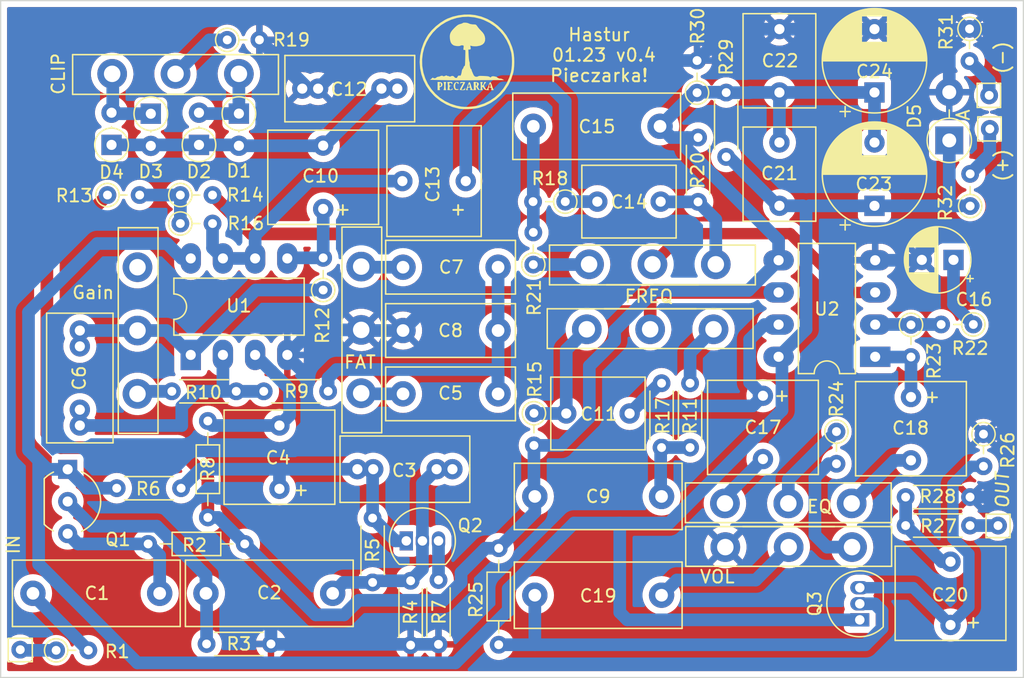
<source format=kicad_pcb>
(kicad_pcb (version 20211014) (generator pcbnew)
  (layers (0 "F.Cu" signal) (31 "B.Cu" signal) (34 "B.Paste" user) (35 "F.Paste" user) (36 "B.SilkS" user "B.Silkscreen") (37 "F.SilkS" user "F.Silkscreen") (38 "B.Mask" user) (39 "F.Mask" user) (44 "Edge.Cuts" user))
  (net 0 "")
  (net 1 "Net-(C1-Pad1)")
  (net 2 "GND")
  (net 3 "Net-(C2-Pad1)")
  (net 4 "Net-(C2-Pad2)")
  (net 5 "Net-(C4-Pad2)")
  (net 6 "Net-(C5-Pad1)")
  (net 7 "Net-(C6-Pad1)")
  (net 8 "GNDREF")
  (net 9 "Net-(C11-Pad1)")
  (net 10 "Net-(C10-Pad1)")
  (net 11 "Net-(C10-Pad2)")
  (net 12 "Net-(C11-Pad2)")
  (net 13 "Net-(C13-Pad2)")
  (net 14 "Net-(C15-Pad1)")
  (net 15 "Net-(C16-Pad1)")
  (net 16 "Net-(C17-Pad2)")
  (net 17 "Net-(C18-Pad1)")
  (net 18 "Net-(C18-Pad2)")
  (net 19 "+VDC")
  (net 20 "Net-(D1-Pad1)")
  (net 21 "Net-(D3-Pad1)")
  (net 22 "Net-(Q2-Pad3)")
  (net 24 "Net-(C1-Pad2)")
  (net 25 "Net-(C3-Pad2)")
  (net 26 "Net-(C5-Pad2)")
  (net 27 "Net-(C6-Pad2)")
  (net 28 "Net-(C7-Pad2)")
  (net 29 "Net-(C9-Pad2)")
  (net 30 "Net-(C13-Pad1)")
  (net 31 "Net-(C14-Pad2)")
  (net 32 "Net-(C19-Pad1)")
  (net 33 "Net-(C19-Pad2)")
  (net 34 "Net-(C20-Pad1)")
  (net 35 "Net-(C20-Pad2)")
  (net 36 "Net-(EQ1-Pad2)")
  (net 37 "Net-(FR1-Pad1)")
  (net 38 "Net-(R13-Pad2)")
  (net 39 "Net-(FR1-Pad2)")
  (net 40 "Net-(FR2-Pad1)")
  (net 41 "Net-(J1-Pad1)")
  (net 42 "Net-(R22-Pad2)")
  (net 43 "Net-(GAIN1-Pad1)")
  (net 44 "Net-(R24-Pad2)")
  (net 45 "Net-(J2-Pad1)")
  (net 46 "Net-(R19-Pad1)")
  (net 47 "Net-(J3-Pad1)")
  (net 48 "Net-(J4-Pad1)")
  (net 49 "Net-(FR2-Pad2)")
  (footprint "Capacitor_THT:C_Rect_L13.0mm_W5.0mm_P10.00mm_FKS3_FKP3_MKS4" (layer "F.Cu") (at 201.95 74.05)
    (fp_text reference "C1")
    (fp_text value "47n" hide)
  )
  (footprint "Capacitor_THT:C_Rect_L13.0mm_W5.0mm_P10.00mm_FKS3_FKP3_MKS4" (layer "F.Cu") (at 241.55 66.4)
    (fp_text reference "C9")
    (fp_text value "47n" hide)
  )
  (footprint "Diode_THT:D_DO-35_SOD27_P2.54mm_Vertical_AnodeUp" (layer "F.Cu") (at 218.2 36.17 -90)
    (fp_text reference "D1")
    (fp_text value "1N4148" hide)
  )
  (footprint "Capacitor_THT:C_Rect_L10.0mm_W5.0mm_P5.00mm_P7.50mm" (layer "F.Cu") (at 235.05 64.25 180)
    (fp_text reference "C3")
    (fp_text value "1n" hide)
  )
  (footprint "Capacitor_THT:CP_Radial_D8.0mm_P5.00mm" (layer "F.Cu") (at 268.35 34.5 90)
    (fp_text reference "C24")
    (fp_text value "100u" hide)
  )
  (footprint "Resistor_THT:R_Axial_DIN0204_L3.6mm_D1.6mm_P2.54mm_Vertical" (layer "F.Cu") (at 241.48 59.83 -90)
    (fp_text reference "R15")
    (fp_text value "39k" hide)
  )
  (footprint "Diode_THT:D_DO-35_SOD27_P2.54mm_Vertical_AnodeUp" (layer "F.Cu") (at 215.05 38.64 90)
    (fp_text reference "D2")
    (fp_text value "1N4148" hide)
  )
  (footprint "Resistor_THT:R_Axial_DIN0204_L3.6mm_D1.6mm_P2.54mm_Vertical" (layer "F.Cu") (at 276.95 61.48 -90)
    (fp_text reference "R26")
    (fp_text value "10k" hide)
  )
  (footprint "Capacitor_THT:C_Rect_L10.0mm_W4.0mm_P7.50mm_MKS4" (layer "F.Cu") (at 238.65 48.3 180)
    (fp_text reference "C7")
    (fp_text value "22n" hide)
  )
  (footprint "Capacitor_THT:C_Rect_L7.2mm_W8.5mm_P5.00mm_FKP2_FKP2_MKS2_MKP2" (layer "F.Cu") (at 259.55 58.45 -90)
    (fp_text reference "C17")
    (fp_text value "1u" hide)
  )
  (footprint "Package_TO_SOT_THT:TO-92_Inline_Wide" (layer "F.Cu") (at 204.69 64.26 -90)
    (fp_text reference "Q1")
    (fp_text value "j113" hide)
  )
  (footprint "Capacitor_THT:C_Rect_L13.0mm_W5.0mm_P10.00mm_FKS3_FKP3_MKS4" (layer "F.Cu") (at 241.43 37.1715)
    (fp_text reference "C15")
    (fp_text value "47n" hide)
  )
  (footprint "Resistor_THT:R_Axial_DIN0204_L3.6mm_D1.6mm_P2.54mm_Vertical" (layer "F.Cu") (at 241.43 48.0915 90)
    (fp_text reference "R21")
    (fp_text value "12k" hide)
  )
  (footprint "Capacitor_THT:C_Rect_L7.2mm_W5.5mm_P5.00mm_FKS2_FKP2_MKS2_MKP2" (layer "F.Cu") (at 260.85 43.45 90)
    (fp_text reference "C21")
    (fp_text value "100n" hide)
  )
  (footprint "Capacitor_THT:C_Rect_L7.2mm_W8.5mm_P5.00mm_FKP2_FKP2_MKS2_MKP2" (layer "F.Cu") (at 231.1 41.5)
    (fp_text reference "C13")
    (fp_text value "1u" hide)
  )
  (footprint "varia:potek2" (layer "F.Cu") (at 245.83 48.07 -90)
    (fp_text reference "FR2" hide)
    (fp_text value "100k" hide)
  )
  (footprint "Resistor_THT:R_Axial_DIN0204_L3.6mm_D1.6mm_P7.62mm_Horizontal" (layer "F.Cu") (at 218.66 70.15 180)
    (fp_text reference "R2")
    (fp_text value "1M" hide)
  )
  (footprint "Resistor_THT:R_Axial_DIN0204_L3.6mm_D1.6mm_P5.08mm_Horizontal" (layer "F.Cu") (at 256.65 39.59 90)
    (fp_text reference "R29")
    (fp_text value "10k" hide)
  )
  (footprint "Resistor_THT:R_Axial_DIN0204_L3.6mm_D1.6mm_P2.54mm_Vertical" (layer "F.Cu") (at 213.58 44.85)
    (fp_text reference "R16")
    (fp_text value "4k7" hide)
  )
  (footprint "Resistor_THT:R_Axial_DIN0204_L3.6mm_D1.6mm_P7.62mm_Horizontal" (layer "F.Cu") (at 238.7 78.11 90)
    (fp_text reference "R25")
    (fp_text value "1M" hide)
  )
  (footprint "varia:potek2" (layer "F.Cu") (at 266.55 66.95 90)
    (fp_text reference "EQ1" hide)
    (fp_text value "10k" hide)
  )
  (footprint "Connector_Pin:Pin_D0.7mm_L6.5mm_W1.8mm_FlatFork" (layer "F.Cu") (at 200.95 78.5 90)
    (fp_text reference "J1" hide)
    (fp_text value "IN")
  )
  (footprint "Capacitor_THT:CP_Radial_D5.0mm_P2.50mm" (layer "F.Cu") (at 274.585113 47.7215 180)
    (fp_text reference "C16")
    (fp_text value "1u" hide)
  )
  (footprint "Resistor_THT:R_Axial_DIN0204_L3.6mm_D1.6mm_P2.54mm_Vertical" (layer "F.Cu") (at 207.83 42.6)
    (fp_text reference "R13")
    (fp_text value "2k2" hide)
  )
  (footprint "varia:potek2" (layer "F.Cu") (at 255.65 53.2015 90)
    (fp_text reference "FR1" hide)
    (fp_text value "R_Potentiometer" hide)
  )
  (footprint "Connector_Pin:Pin_D0.7mm_L6.5mm_W1.8mm_FlatFork" (layer "F.Cu") (at 277.45 37.38)
    (fp_text reference "J3" hide)
    (fp_text value "Conn_01x01" hide)
  )
  (footprint "Resistor_THT:R_Axial_DIN0204_L3.6mm_D1.6mm_P5.08mm_Horizontal" (layer "F.Cu") (at 254.43 38.06 -90)
    (fp_text reference "R20")
    (fp_text value "39k" hide)
  )
  (footprint "Resistor_THT:R_Axial_DIN0204_L3.6mm_D1.6mm_P2.54mm_Vertical" (layer "F.Cu") (at 217.28 30.35)
    (fp_text reference "R19")
    (fp_text value "56" hide)
  )
  (footprint "Capacitor_THT:C_Rect_L7.2mm_W8.5mm_P5.00mm_FKP2_FKP2_MKS2_MKP2" (layer "F.Cu") (at 224.85 43.7 90)
    (fp_text reference "C10")
    (fp_text value "10u" hide)
  )
  (footprint "Resistor_THT:R_Axial_DIN0204_L3.6mm_D1.6mm_P5.08mm_Horizontal" (layer "F.Cu") (at 270.81 68.7)
    (fp_text reference "R28")
    (fp_text value "1k" hide)
  )
  (footprint "Capacitor_THT:C_Rect_L10.0mm_W4.0mm_P7.50mm_MKS4" (layer "F.Cu") (at 238.65 58.3 180)
    (fp_text reference "C5")
    (fp_text value "82n" hide)
  )
  (footprint "varia:potek2" (layer "F.Cu") (at 208.2 33.03 -90)
    (fp_text reference "SW1" hide)
    (fp_text value "CLIP")
  )
  (footprint "Package_DIP:DIP-8_W7.62mm_LongPads" (layer "F.Cu") (at 268.405 55.3715 180)
    (fp_text reference "U2")
    (fp_text value "Opamp_Dual" hide)
  )
  (footprint "Capacitor_THT:CP_Radial_D8.0mm_P5.00mm" (layer "F.Cu") (at 268.35 43.452651 90)
    (fp_text reference "C23")
    (fp_text value "100u" hide)
  )
  (footprint "Capacitor_THT:C_Rect_L10.0mm_W5.0mm_P5.00mm_P7.50mm" (layer "F.Cu") (at 230.7 34.2 180)
    (fp_text reference "C12")
    (fp_text value "1n" hide)
  )
  (footprint "Capacitor_THT:C_Rect_L10.0mm_W4.0mm_P7.50mm_MKS4" (layer "F.Cu") (at 238.65 53.3 180)
    (fp_text reference "C8")
    (fp_text value "22n" hide)
  )
  (footprint "Capacitor_THT:C_Rect_L7.2mm_W5.5mm_P5.00mm_FKS2_FKP2_MKS2_MKP2" (layer "F.Cu") (at 260.85 34.5 90)
    (fp_text reference "C22")
    (fp_text value "100n" hide)
  )
  (footprint "Capacitor_THT:C_Rect_L7.2mm_W5.5mm_P5.00mm_FKS2_FKP2_MKS2_MKP2" (layer "F.Cu") (at 244.03 59.85)
    (fp_text reference "C11")
    (fp_text value "680p" hide)
  )
  (footprint "Capacitor_THT:C_Rect_L7.2mm_W8.5mm_P5.00mm_FKP2_FKP2_MKS2_MKP2" (layer "F.Cu") (at 274.35 76.55 90)
    (fp_text reference "C20")
    (fp_text value "1u" hide)
  )
  (footprint "Diode_THT:D_DO-35_SOD27_P2.54mm_Vertical_AnodeUp" (layer "F.Cu") (at 211.25 36.18 -90)
    (fp_text reference "D3")
    (fp_text value "Ge" hide)
  )
  (footprint "Resistor_THT:R_Axial_DIN0204_L3.6mm_D1.6mm_P5.08mm_Horizontal" (layer "F.Cu") (at 275.89 66.45 180)
    (fp_text reference "R27")
    (fp_text value "100k" hide)
  )
  (footprint "Resistor_THT:R_Axial_DIN0204_L3.6mm_D1.6mm_P2.54mm_Vertical" (layer "F.Cu") (at 271.23 52.8515 -90)
    (fp_text reference "R23")
    (fp_text value "22k" hide)
  )
  (footprint "Resistor_THT:R_Axial_DIN0204_L3.6mm_D1.6mm_P2.54mm_Vertical" (layer "F.Cu") (at 276.15 52.8215 180)
    (fp_text reference "R22")
    (fp_text value "4k7" hide)
  )
  (footprint "Resistor_THT:R_Axial_DIN0204_L3.6mm_D1.6mm_P5.08mm_Horizontal" (layer "F.Cu") (at 251.55 57.46 -90)
    (fp_text reference "R17")
    (fp_text value "22k" hide)
  )
  (footprint "Capacitor_THT:C_Rect_L13.0mm_W5.0mm_P10.00mm_FKS3_FKP3_MKS4" (layer "F.Cu") (at 215.6 74.05)
    (fp_text reference "C2")
    (fp_text value "47n" hide)
  )
  (footprint "Capacitor_THT:C_Rect_L10.0mm_W5.0mm_P5.00mm_P7.50mm" (layer "F.Cu") (at 205.65 60.8 90)
    (fp_text reference "C6")
    (fp_text value "1n" hide)
  )
  (footprint "Resistor_THT:R_Axial_DIN0204_L3.6mm_D1.6mm_P2.54mm_Vertical" (layer "F.Cu") (at 275.85 29.48 -90)
    (fp_text reference "R31")
    (fp_text value "47" hide)
  )
  (footprint "Diode_THT:D_DO-41_SOD81_P3.81mm_Vertical_AnodeUp" (layer "F.Cu") (at 274.25 38.287183 90)
    (fp_text reference "D5")
    (fp_text value "1N4001" hide)
  )
  (footprint "Resistor_THT:R_Axial_DIN0204_L3.6mm_D1.6mm_P2.54mm_Vertical" (layer "F.Cu") (at 243.95 43.1215 180)
    (fp_text reference "R18")
    (fp_text value "22k" hide)
  )
  (footprint "varia:potek2" (layer "F.Cu") (at 210.1985 58.3)
    (fp_text reference "GAIN1" hide)
    (fp_text value "220k" hide)
  )
  (footprint "Resistor_THT:R_Axial_DIN0204_L3.6mm_D1.6mm_P2.54mm_Vertical" (layer "F.Cu") (at 213.58 42.6)
    (fp_text reference "R14")
    (fp_text value "100k" hide)
  )
  (footprint "Resistor_THT:R_Axial_DIN0204_L3.6mm_D1.6mm_P7.62mm_Horizontal" (layer "F.Cu") (at 215.75 68.06 90)
    (fp_text reference "R8")
    (fp_text value "100k" hide)
  )
  (footprint "Capacitor_THT:C_Rect_L7.2mm_W8.5mm_P5.00mm_FKP2_FKP2_MKS2_MKP2" (layer "F.Cu") (at 221.4 65.8 90)
    (fp_text reference "C4")
    (fp_text value "1u" hide)
  )
  (footprint "Resistor_THT:R_Axial_DIN0204_L3.6mm_D1.6mm_P5.08mm_Horizontal" (layer "F.Cu") (at 215.65 78.05)
    (fp_text reference "R3")
    (fp_text value "10k" hide)
  )
  (footprint "Resistor_THT:R_Axial_DIN0204_L3.6mm_D1.6mm_P5.08mm_Horizontal" (layer "F.Cu") (at 208.56 65.75)
    (fp_text reference "R6")
    (fp_text value "10k" hide)
  )
  (footprint "Package_TO_SOT_THT:TO-92_Inline" (layer "F.Cu") (at 267.19 76.145 90)
    (fp_text reference "Q3")
    (fp_text value "BC550" hide)
  )
  (footprint "Resistor_THT:R_Axial_DIN0204_L3.6mm_D1.6mm_P5.08mm_Horizontal" (layer "F.Cu") (at 220.16 58.1)
    (fp_text reference "R9")
    (fp_text value "4k7" hide)
  )
  (footprint "varia:potek2" (layer "F.Cu") (at 227.85 58.25)
    (fp_text reference "FAT1" hide)
    (fp_text value "FAT")
  )
  (footprint "Connector_Pin:Pin_D0.7mm_L6.5mm_W1.8mm_FlatFork" (layer "F.Cu") (at 278.1 68.7 90)
    (fp_text reference "J2" hide)
    (fp_text value "OUT")
  )
  (footprint "Connector_Pin:Pin_D0.7mm_L6.5mm_W1.8mm_FlatFork" (layer "F.Cu") (at 277.4 34.73)
    (fp_text reference "J4" hide)
    (fp_text value "Conn_01x01" hide)
  )
  (footprint "Resistor_THT:R_Axial_DIN0204_L3.6mm_D1.6mm_P2.54mm_Vertical" (layer "F.Cu") (at 265.35 61.28 -90)
    (fp_text reference "R24")
    (fp_text value "22k" hide)
  )
  (footprint "Resistor_THT:R_Axial_DIN0204_L3.6mm_D1.6mm_P2.54mm_Vertical" (layer "F.Cu") (at 224.85 50.1 90)
    (fp_text reference "R12")
    (fp_text value "10k" hide)
  )
  (footprint "Resistor_THT:R_Axial_DIN0204_L3.6mm_D1.6mm_P2.54mm_Vertical" (layer "F.Cu") (at 254.35 34.52 90)
    (fp_text reference "R30")
    (fp_text value "10k" hide)
  )
  (footprint "Capacitor_THT:C_Rect_L7.2mm_W5.5mm_P5.00mm_FKS2_FKP2_MKS2_MKP2" (layer "F.Cu") (at 246.48 43.1215)
    (fp_text reference "C14")
    (fp_text value "680p" hide)
  )
  (footprint "Capacitor_THT:C_Rect_L7.2mm_W8.5mm_P5.00mm_FKP2_FKP2_MKS2_MKP2" (layer "F.Cu") (at 271.23 58.55 -90)
    (fp_text reference "C18")
    (fp_text value "1u" hide)
  )
  (footprint "Resistor_THT:R_Axial_DIN0204_L3.6mm_D1.6mm_P5.08mm_Horizontal" (layer "F.Cu") (at 217.99 58.1 180)
    (fp_text reference "R10")
    (fp_text value "10k" hide)
  )
  (footprint "LOGO" (layer "F.Cu") (at 236.2 32.05)
    (fp_text reference "G***" hide)
    (fp_text value "LOGO" hide)
  )
  (footprint "varia:potek2" (layer "F.Cu") (at 266.58 70.4 90)
    (fp_text reference "VOL1" hide)
    (fp_text value "10k" hide)
  )
  (footprint "Resistor_THT:R_Axial_DIN0204_L3.6mm_D1.6mm_P2.54mm_Vertical" (layer "F.Cu") (at 275.9 43.47 90)
    (fp_text reference "R32")
    (fp_text value "47" hide)
  )
  (footprint "Package_DIP:DIP-8_W7.62mm_LongPads" (layer "F.Cu") (at 214.4 55.225 90)
    (fp_text reference "U1")
    (fp_text value "Opamp_Dual" hide)
  )
  (footprint "Package_TO_SOT_THT:TO-92_Inline" (layer "F.Cu") (at 231.41 69.91)
    (fp_text reference "Q2")
    (fp_text value "BC550" hide)
  )
  (footprint "Diode_THT:D_DO-35_SOD27_P2.54mm_Vertical_AnodeUp" (layer "F.Cu") (at 208.15 38.64 90)
    (fp_text reference "D4")
    (fp_text value "Ge" hide)
  )
  (footprint "Resistor_THT:R_Axial_DIN0204_L3.6mm_D1.6mm_P5.08mm_Horizontal" (layer "F.Cu") (at 231.75 73.06 -90)
    (fp_text reference "R4")
    (fp_text value "100k" hide)
  )
  (footprint "Resistor_THT:R_Axial_DIN0204_L3.6mm_D1.6mm_P2.54mm_Vertical" (layer "F.Cu") (at 203.78 78.55)
    (fp_text reference "R1")
    (fp_text value "10k" hide)
  )
  (footprint "Capacitor_THT:C_Rect_L13.0mm_W5.0mm_P10.00mm_FKS3_FKP3_MKS4" (layer "F.Cu") (at 251.55 74.2 180)
    (fp_text reference "C19")
    (fp_text value "47n" hide)
  )
  (footprint "Resistor_THT:R_Axial_DIN0204_L3.6mm_D1.6mm_P5.08mm_Horizontal" (layer "F.Cu") (at 253.8 57.46 -90)
    (fp_text reference "R11")
    (fp_text value "12k" hide)
  )
  (footprint "Resistor_THT:R_Axial_DIN0204_L3.6mm_D1.6mm_P5.08mm_Horizontal" (layer "F.Cu") (at 233.95 73 -90)
    (fp_text reference "R7")
    (fp_text value "22" hide)
  )
  (footprint "Resistor_THT:R_Axial_DIN0204_L3.6mm_D1.6mm_P5.08mm_Horizontal" (layer "F.Cu") (at 228.75 73.19 90)
    (fp_text reference "R5")
    (fp_text value "470k" hide)
  )
  (gr_rect (start 280.1 80.7) (end 199.4 27.25) (layer "Edge.Cuts") (width 0.1) (fill none))
  (gr_text "+" (at 272.9 58.5) (layer "F.SilkS") (effects (font (size 1 1))))
  (gr_text "+" (at 223.1 65.85) (layer "F.SilkS") (effects (font (size 1 1))))
  (gr_text "FREQ" (at 250.55 50.6) (layer "F.SilkS") (effects (font (size 1 1))))
  (gr_text "+" (at 261.05 58.4) (layer "F.SilkS") (effects (font (size 1 1))))
  (gr_text "+" (at 235.5 43.7) (layer "F.SilkS") (effects (font (size 1 1))))
  (gr_text "+" (at 226.4 43.7) (layer "F.SilkS") (effects (font (size 1 1))))
  (gr_text "+" (at 276.15 76.3) (layer "F.SilkS") (effects (font (size 1 1))))
  (gr_text "Hastur \n01.23 v0.4\nPieczarka! " (at 247 31.55) (layer "F.SilkS") (effects (font (size 1 1))))
  (segment (start 201.95 74.05) (end 201.95 74.18) (width 1) (layer "B.Cu") (net 1))
  (segment (start 201.95 74.18) (end 206.32 78.55) (width 1) (layer "B.Cu") (net 1))
  (segment (start 222.02 55.225) (end 222.02 55.32) (width 1) (layer "B.Cu") (net 2))
  (segment (start 274.25 29.8) (end 273.93 29.48) (width 1) (layer "B.Cu") (net 2))
  (segment (start 223.995 53.25) (end 222.02 55.225) (width 1) (layer "B.Cu") (net 2))
  (segment (start 272.085113 46.664887) (end 273.55 45.2) (width 1) (layer "B.Cu") (net 2))
  (segment (start 254.35 31.98) (end 234.18 31.98) (width 1) (layer "B.Cu") (net 2))
  (segment (start 226.67 31.98) (end 224.45 34.2) (width 1) (layer "B.Cu") (net 2))
  (segment (start 213.6 62.8) (end 211.75 64.65) (width 1) (layer "B.Cu") (net 2))
  (segment (start 273.93 29.48) (end 273.02 29.48) (width 1) (layer "B.Cu") (net 2))
  (segment (start 272.085113 47.7215) (end 272.085113 46.664887) (width 1) (layer "B.Cu") (net 2))
  (segment (start 276.85 45.2) (end 278.85 43.2) (width 1) (layer "B.Cu") (net 2))
  (segment (start 278.85 43.2) (end 278.85 61.75) (width 1) (layer "B.Cu") (net 2))
  (segment (start 273.55 45.2) (end 276.85 45.2) (width 1) (layer "B.Cu") (net 2))
  (segment (start 272.055113 47.7515) (end 272.085113 47.7215) (width 1) (layer "B.Cu") (net 2))
  (segment (start 278.58 61.48) (end 278.85 61.75) (width 1) (layer "B.Cu") (net 2))
  (segment (start 223.67 34.2) (end 219.82 30.35) (width 1) (layer "B.Cu") (net 2))
  (segment (start 222.55 62.8) (end 213.6 62.8) (width 1) (layer "B.Cu") (net 2))
  (segment (start 220.76 78.08) (end 220.73 78.05) (width 1) (layer "B.Cu") (net 2))
  (segment (start 227.6485 53.25) (end 223.995 53.25) (width 1) (layer "B.Cu") (net 2))
  (segment (start 222.02 55.32) (end 223.55 56.85) (width 1) (layer "B.Cu") (net 2))
  (segment (start 278.85 65.55) (end 277.95 66.45) (width 1) (layer "B.Cu") (net 2))
  (segment (start 273.02 29.48) (end 270.57 29.48) (width 1) (layer "B.Cu") (net 2))
  (segment (start 231.15 53.3) (end 234.18 50.27) (width 1) (layer "B.Cu") (net 2))
  (segment (start 260.85 29.5) (end 256.83 29.5) (width 1) (layer "B.Cu") (net 2))
  (segment (start 211.75 66.75) (end 220.73 75.73) (width 1) (layer "B.Cu") (net 2))
  (segment (start 277.95 66.45) (end 275.89 66.45) (width 1) (layer "B.Cu") (net 2))
  (segment (start 278.85 30.96) (end 277.4 29.51) (width 1) (layer "B.Cu") (net 2))
  (segment (start 233.95 78.08) (end 220.76 78.08) (width 1) (layer "B.Cu") (net 2))
  (segment (start 270.55 29.5) (end 260.85 29.5) (width 1) (layer "B.Cu") (net 2))
  (segment (start 234.18 31.98) (end 226.67 31.98) (width 1) (layer "B.Cu") (net 2))
  (segment (start 234.18 50.27) (end 234.18 31.98) (width 1) (layer "B.Cu") (net 2))
  (segment (start 211.75 64.65) (end 211.75 66.75) (width 1) (layer "B.Cu") (net 2))
  (segment (start 270.57 29.48) (end 270.55 29.5) (width 1) (layer "B.Cu") (net 2))
  (segment (start 278.85 61.75) (end 278.85 65.55) (width 1) (layer "B.Cu") (net 2))
  (segment (start 224.45 34.2) (end 223.67 34.2) (width 1) (layer "B.Cu") (net 2))
  (segment (start 231.15 53.3) (end 227.55 53.3) (width 1) (layer "B.Cu") (net 2))
  (segment (start 256.83 29.5) (end 254.35 31.98) (width 1) (layer "B.Cu") (net 2))
  (segment (start 268.405 47.7515) (end 272.055113 47.7515) (width 1) (layer "B.Cu") (net 2))
  (segment (start 278.85 43.2) (end 278.85 30.96) (width 1) (layer "B.Cu") (net 2))
  (segment (start 223.55 61.8) (end 222.55 62.8) (width 1) (layer "B.Cu") (net 2))
  (segment (start 274.25 34.477183) (end 274.25 29.8) (width 1) (layer "B.Cu") (net 2))
  (segment (start 273.05 29.51) (end 273.02 29.48) (width 1) (layer "B.Cu") (net 2))
  (segment (start 277.4 29.51) (end 273.05 29.51) (width 1) (layer "B.Cu") (net 2))
  (segment (start 276.95 61.48) (end 278.58 61.48) (width 1) (layer "B.Cu") (net 2))
  (segment (start 220.73 75.73) (end 220.73 78.05) (width 1) (layer "B.Cu") (net 2))
  (segment (start 223.55 56.85) (end 223.55 61.8) (width 1) (layer "B.Cu") (net 2))
  (segment (start 215.6 72.635787) (end 211.714213 68.75) (width 1) (layer "B.Cu") (net 3))
  (segment (start 215.65 74.1) (end 215.6 74.05) (width 1) (layer "B.Cu") (net 3))
  (segment (start 206.59 68.75) (end 204.54 66.7) (width 1) (layer "B.Cu") (net 3))
  (segment (start 215.65 78.05) (end 215.65 74.1) (width 1) (layer "B.Cu") (net 3))
  (segment (start 215.6 74.05) (end 215.6 72.635787) (width 1) (layer "B.Cu") (net 3))
  (segment (start 211.714213 68.75) (end 206.59 68.75) (width 1) (layer "B.Cu") (net 3))
  (segment (start 232.68 69.91) (end 232.68 72.13) (width 1) (layer "B.Cu") (net 4))
  (segment (start 232.68 72.13) (end 231.75 73.06) (width 1) (layer "B.Cu") (net 4))
  (segment (start 231.75 73.06) (end 228.88 73.06) (width 1) (layer "B.Cu") (net 4))
  (segment (start 232.68 65.37) (end 233.8 64.25) (width 1) (layer "B.Cu") (net 4))
  (segment (start 228.88 73.06) (end 228.75 73.19) (width 1) (layer "B.Cu") (net 4))
  (segment (start 232.68 69.91) (end 232.68 65.37) (width 1) (layer "B.Cu") (net 4))
  (segment (start 226.46 73.19) (end 225.6 74.05) (width 1) (layer "B.Cu") (net 4))
  (segment (start 228.75 73.19) (end 226.46 73.19) (width 1) (layer "B.Cu") (net 4))
  (segment (start 222.199999 57.926319) (end 220.76868 56.495) (width 1) (layer "B.Cu") (net 5))
  (segment (start 220.75 56.495) (end 219.48 55.225) (width 1) (layer "B.Cu") (net 5))
  (segment (start 220.76868 56.495) (end 220.75 56.495) (width 1) (layer "B.Cu") (net 5))
  (segment (start 221.4 60.8) (end 222.199999 60.000001) (width 1) (layer "B.Cu") (net 5))
  (segment (start 222.199999 60.000001) (end 222.199999 57.926319) (width 1) (layer "B.Cu") (net 5))
  (segment (start 216.11 60.8) (end 215.75 60.44) (width 1) (layer "B.Cu") (net 5))
  (segment (start 221.4 60.8) (end 216.11 60.8) (width 1) (layer "B.Cu") (net 5))
  (segment (start 225.24 58.1) (end 225.24 57.05) (width 1) (layer "B.Cu") (net 6))
  (segment (start 225.24 57.05) (end 225.91 56.38) (width 1) (layer "B.Cu") (net 6))
  (segment (start 225.91 56.38) (end 238.28 56.38) (width 1) (layer "B.Cu") (net 6))
  (segment (start 238.65 56.75) (end 238.65 58.3) (width 1) (layer "B.Cu") (net 6))
  (segment (start 238.28 56.38) (end 238.65 56.75) (width 1) (layer "B.Cu") (net 6))
  (segment (start 238.65 48.3) (end 238.65 58.3) (width 1) (layer "B.Cu") (net 6))
  (segment (start 220.16 58.1) (end 217.99 58.1) (width 1) (layer "B.Cu") (net 7))
  (segment (start 216.94 58.04) (end 217 58.1) (width 1) (layer "B.Cu") (net 7))
  (segment (start 217 58.1) (end 217.99 58.1) (width 1) (layer "B.Cu") (net 7))
  (segment (start 205.65 60.8) (end 213.69 60.8) (width 1) (layer "B.Cu") (net 7))
  (segment (start 213.69 59.299899) (end 214.889899 58.1) (width 1) (layer "B.Cu") (net 7))
  (segment (start 214.889899 58.1) (end 217 58.1) (width 1) (layer "B.Cu") (net 7))
  (segment (start 216.94 55.225) (end 216.94 58.04) (width 1) (layer "B.Cu") (net 7))
  (segment (start 213.69 60.8) (end 213.69 59.299899) (width 1) (layer "B.Cu") (net 7))
  (segment (start 215.75 64.95) (end 213.35 62.55) (width 1) (layer "F.Cu") (net 8))
  (segment (start 204.15 62.55) (end 203.05 61.45) (width 1) (layer "F.Cu") (net 8))
  (segment (start 213.35 62.55) (end 204.15 62.55) (width 1) (layer "F.Cu") (net 8))
  (segment (start 215.75 68.06) (end 215.75 64.95) (width 1) (layer "F.Cu") (net 8))
  (segment (start 203.05 47.38) (end 207.83 42.6) (width 1) (layer "F.Cu") (net 8))
  (segment (start 203.05 61.45) (end 203.05 47.38) (width 1) (layer "F.Cu") (net 8))
  (segment (start 254.43 38.06) (end 253.56 38.06) (width 1) (layer "B.Cu") (net 8))
  (segment (start 258.5 34.52) (end 256.14 34.52) (width 1) (layer "B.Cu") (net 8))
  (segment (start 258.405 50.1315) (end 251.0185 50.1315) (width 1) (layer "B.Cu") (net 8))
  (segment (start 215.75 68.06) (end 216.57 68.06) (width 1) (layer "B.Cu") (net 8))
  (segment (start 224.26 75.75) (end 218.66 70.15) (width 1) (layer "B.Cu") (net 8))
  (segment (start 258.56 34.5) (end 261.25 34.5) (width 1) (layer "B.Cu") (net 8))
  (segment (start 260.85 34.5) (end 260.85 38.45) (width 1) (layer "B.Cu") (net 8))
  (segment (start 216.57 68.06) (end 218.66 70.15) (width 1) (layer "B.Cu") (net 8))
  (segment (start 256.1 34.48) (end 254.1215 34.48) (width 1) (layer "B.Cu") (net 8))
  (segment (start 238.7 70.49) (end 237.66 70.49) (width 1) (layer "B.Cu") (net 8))
  (segment (start 243.631321 62.37) (end 241.48 62.37) (width 1) (layer "B.Cu") (net 8))
  (segment (start 253.56 38.96) (end 253.56 38.06) (width 1) (layer "B.Cu") (net 8))
  (segment (start 245.85 56.1) (end 245.85 60.151321) (width 1) (layer "B.Cu") (net 8))
  (segment (start 234.329899 74.6) (end 227.65 74.6) (width 1) (layer "B.Cu") (net 8))
  (segment (start 241.48 62.37) (end 241.48 66.33) (width 1) (layer "B.Cu") (net 8))
  (segment (start 251.0185 50.1315) (end 247.85 53.3) (width 1) (layer "B.Cu") (net 8))
  (segment (start 247.85 53.3) (end 247.85 54.1) (width 1) (layer "B.Cu") (net 8))
  (segment (start 260.85 34.5) (end 268.35 34.5) (width 1) (layer "B.Cu") (net 8))
  (segment (start 260.785 47.7515) (end 260.785 46.185) (width 1) (layer "B.Cu") (net 8))
  (segment (start 241.55 66.4) (end 241.55 67.64) (width 1) (layer "B.Cu") (net 8))
  (segment (start 260.785 47.7515) (end 258.405 50.1315) (width 1) (layer "B.Cu") (net 8))
  (segment (start 247.85 54.1) (end 245.85 56.1) (width 1) (layer "B.Cu") (net 8))
  (segment (start 258.56 34.5) (end 258.55 34.51) (width 1) (layer "B.Cu") (net 8))
  (segment (start 252.3185 38.06) (end 251.43 37.1715) (width 1) (layer "B.Cu") (net 8))
  (segment (start 227.65 74.6) (end 226.5 75.75) (width 1) (layer "B.Cu") (net 8))
  (segment (start 241.55 67.64) (end 238.7 70.49) (width 1) (layer "B.Cu") (net 8))
  (segment (start 258.52 34.5) (end 258.5 34.52) (width 1) (layer "B.Cu") (net 8))
  (segment (start 254.1215 34.48) (end 251.43 37.1715) (width 1) (layer "B.Cu") (net 8))
  (segment (start 235.729899 73.2) (end 234.329899 74.6) (width 1) (layer "B.Cu") (net 8))
  (segment (start 268.35 38.452651) (end 268.35 34.5) (width 1) (layer "B.Cu") (net 8))
  (segment (start 256.14 34.52) (end 256.1 34.48) (width 1) (layer "B.Cu") (net 8))
  (segment (start 241.48 66.33) (end 241.55 66.4) (width 1) (layer "B.Cu") (net 8))
  (segment (start 235.729899 72.420101) (end 235.729899 73.2) (width 1) (layer "B.Cu") (net 8))
  (segment (start 245.85 60.151321) (end 243.631321 62.37) (width 1) (layer "B.Cu") (net 8))
  (segment (start 226.5 75.75) (end 224.26 75.75) (width 1) (layer "B.Cu") (net 8))
  (segment (start 237.66 70.49) (end 235.729899 72.420101) (width 1) (layer "B.Cu") (net 8))
  (segment (start 260.785 46.185) (end 253.56 38.96) (width 1) (layer "B.Cu") (net 8))
  (segment (start 253.56 38.06) (end 252.3185 38.06) (width 1) (layer "B.Cu") (net 8))
  (segment (start 244.03 59.85) (end 241.5 59.85) (width 1) (layer "B.Cu") (net 9))
  (segment (start 244.03 59.85) (end 244.03 54.8215) (width 1) (layer "B.Cu") (net 9))
  (segment (start 241.5 59.85) (end 241.48 59.83) (width 1) (layer "B.Cu") (net 9))
  (segment (start 244.03 54.8215) (end 245.65 53.2015) (width 1) (layer "B.Cu") (net 9))
  (segment (start 224.85 47.56) (end 222.065 47.56) (width 1) (layer "B.Cu") (net 10))
  (segment (start 224.85 47.56) (end 224.85 43.7) (width 1) (layer "B.Cu") (net 10))
  (segment (start 222.065 47.56) (end 222.02 47.605) (width 1) (layer "B.Cu") (net 10))
  (segment (start 224.14 38.71) (end 224.15 38.7) (width 1) (layer "B.Cu") (net 11))
  (segment (start 224.15 38.7) (end 224.95 38.7) (width 1) (layer "B.Cu") (net 11))
  (segment (start 224.95 38.7) (end 229.45 34.2) (width 1) (layer "B.Cu") (net 11))
  (segment (start 208.15 38.64) (end 218.1 38.64) (width 1) (layer "B.Cu") (net 11))
  (segment (start 218.2 38.71) (end 224.14 38.71) (width 1) (layer "B.Cu") (net 11))
  (segment (start 251.55 57.46) (end 251.42 57.46) (width 1) (layer "B.Cu") (net 12))
  (segment (start 251.42 57.46) (end 250.115 58.765) (width 1) (layer "B.Cu") (net 12))
  (segment (start 258.750001 59.249999) (end 250.599999 59.249999) (width 1) (layer "B.Cu") (net 12))
  (segment (start 250.115 58.765) (end 249.03 59.85) (width 1) (layer "B.Cu") (net 12))
  (segment (start 258.5 54) (end 258.5 57.4) (width 1) (layer "B.Cu") (net 12))
  (segment (start 259.6685 52.8315) (end 258.5 54) (width 1) (layer "B.Cu") (net 12))
  (segment (start 250.599999 59.249999) (end 250.115 58.765) (width 1) (layer "B.Cu") (net 12))
  (segment (start 258.5 57.4) (end 259.55 58.45) (width 1) (layer "B.Cu") (net 12))
  (segment (start 259.55 58.45) (end 258.750001 59.249999) (width 1) (layer "B.Cu") (net 12))
  (segment (start 260.785 52.8315) (end 259.6685 52.8315) (width 1) (layer "B.Cu") (net 12))
  (segment (start 239.05 34.15) (end 236.1 37.1) (width 1) (layer "B.Cu") (net 13))
  (segment (start 242.9 34.15) (end 239.05 34.15) (width 1) (layer "B.Cu") (net 13))
  (segment (start 243.95 35.2) (end 242.9 34.15) (width 1) (layer "B.Cu") (net 13))
  (segment (start 236.1 37.1) (end 236.1 41.5) (width 1) (layer "B.Cu") (net 13))
  (segment (start 243.95 43.1215) (end 246.48 43.1215) (width 1) (layer "B.Cu") (net 13))
  (segment (start 243.95 43.1215) (end 243.95 35.2) (width 1) (layer "B.Cu") (net 13))
  (segment (start 241.43 37.1715) (end 241.43 45.5515) (width 1) (layer "B.Cu") (net 14))
  (segment (start 274.585113 47.7215) (end 274.585113 51.256613) (width 1) (layer "B.Cu") (net 15))
  (segment (start 274.585113 51.256613) (end 276.15 52.8215) (width 1) (layer "B.Cu") (net 15))
  (segment (start 256.55 66.45) (end 259.55 63.45) (width 1) (layer "B.Cu") (net 16))
  (segment (start 256.55 66.95) (end 256.55 66.45) (width 1) (layer "B.Cu") (net 16))
  (segment (start 271.23 55.3915) (end 268.425 55.3915) (width 1) (layer "B.Cu") (net 17))
  (segment (start 268.425 55.3915) (end 268.405 55.3715) (width 1) (layer "B.Cu") (net 17))
  (segment (start 271.23 55.3915) (end 271.23 58.55) (width 1) (layer "B.Cu") (net 17))
  (segment (start 271.23 63.55) (end 269.95 63.55) (width 1) (layer "B.Cu") (net 18))
  (segment (start 269.95 63.55) (end 266.55 66.95) (width 1) (layer "B.Cu") (net 18))
  (segment (start 206.18 65.75) (end 204.69 64.26) (width 1) (layer "B.Cu") (net 19))
  (segment (start 262.7 43.45) (end 262.95 43.7) (width 1) (layer "B.Cu") (net 19))
  (segment (start 202.4 71.75) (end 202.4 63.55) (width 1) (layer "B.Cu") (net 19))
  (segment (start 261.05 59.6) (end 252.15 68.5) (width 1) (layer "B.Cu") (net 19))
  (segment (start 202.4 63.55) (end 201.6 62.75) (width 1) (layer "B.Cu") (net 19))
  (segment (start 239.45 73.7) (end 239.45 75.45) (width 1) (layer "B.Cu") (net 19))
  (segment (start 213.7 47.605) (end 214.4 47.605) (width 1) (layer "B.Cu") (net 19))
  (segment (start 208.56 65.75) (end 206.18 65.75) (width 1) (layer "B.Cu") (net 19))
  (segment (start 262.95 43.7) (end 263.197349 43.452651) (width 1) (layer "B.Cu") (net 19))
  (segment (start 244.65 68.5) (end 239.45 73.7) (width 1) (layer "B.Cu") (net 19))
  (segment (start 267.19 76.145) (end 248.845 76.145) (width 1) (layer "B.Cu") (net 19))
  (segment (start 261.05 55.6365) (end 261.05 59.6) (width 1) (layer "B.Cu") (net 19))
  (segment (start 274.147349 43.452651) (end 270.55 43.452651) (width 1) (layer "B.Cu") (net 19))
  (segment (start 235.290101 79.54) (end 210.19 79.54) (width 1) (layer "B.Cu") (net 19))
  (segment (start 260.71 43.45) (end 256.85 39.59) (width 1) (layer "B.Cu") (net 19))
  (segment (start 239.380101 75.45) (end 235.290101 79.54) (width 1) (layer "B.Cu") (net 19))
  (segment (start 210.19 79.54) (end 202.4 71.75) (width 1) (layer "B.Cu") (net 19))
  (segment (start 207.02 46.43) (end 212.525 46.43) (width 1) (layer "B.Cu") (net 19))
  (segment (start 203.29 64.26) (end 203.11 64.26) (width 1) (layer "B.Cu") (net 19))
  (segment (start 204.69 64.26) (end 203.29 64.26) (width 1) (layer "B.Cu") (net 19))
  (segment (start 274.25 38.287183) (end 274.25 43.35) (width 1) (layer "B.Cu") (net 19))
  (segment (start 270.547349 43.45) (end 270.55 43.452651) (width 1) (layer "B.Cu") (net 19))
  (segment (start 274.25 43.35) (end 274.147349 43.452651) (width 1) (layer "B.Cu") (net 19))
  (segment (start 252.15 68.5) (end 248.25 68.5) (width 1) (layer "B.Cu") (net 19))
  (segment (start 276.147349 43.452651) (end 274.147349 43.452651) (width 1) (layer "B.Cu") (net 19))
  (segment (start 262.95 53.2065) (end 262.95 43.7) (width 1) (layer "B.Cu") (net 19))
  (segment (start 239.45 75.45) (end 239.380101 75.45) (width 1) (layer "B.Cu") (net 19))
  (segment (start 260.785 55.3715) (end 261.05 55.6365) (width 1) (layer "B.Cu") (net 19))
  (segment (start 262.95 53.2065) (end 260.785 55.3715) (width 1) (layer "B.Cu") (net 19))
  (segment (start 212.525 46.43) (end 213.7 47.605) (width 1) (layer "B.Cu") (net 19))
  (segment (start 248.25 75.55) (end 248.25 68.5) (width 1) (layer "B.Cu") (net 19))
  (segment (start 260.85 43.45) (end 262.7 43.45) (width 1) (layer "B.Cu") (net 19))
  (segment (start 201.6 62.75) (end 201.6 51.85) (width 1) (layer "B.Cu") (net 19))
  (segment (start 203.11 64.26) (end 202.4 63.55) (width 1) (layer "B.Cu") (net 19))
  (segment (start 248.25 68.5) (end 244.65 68.5) (width 1) (layer "B.Cu") (net 19))
  (segment (start 201.6 51.85) (end 207.02 46.43) (width 1) (layer "B.Cu") (net 19))
  (segment (start 270.55 43.452651) (end 263.197349 43.452651) (width 1) (layer "B.Cu") (net 19))
  (segment (start 248.845 76.145) (end 248.25 75.55) (width 1) (layer "B.Cu") (net 19))
  (segment (start 218.2 36.17) (end 215.15 36.17) (width 1) (layer "B.Cu") (net 20))
  (segment (start 218.2 33.03) (end 218.2 36.17) (width 1) (layer "B.Cu") (net 20))
  (segment (start 211.25 36.18) (end 208.26 36.18) (width 1) (layer "B.Cu") (net 21))
  (segment (start 208.26 36.18) (end 208.25 36.17) (width 1) (layer "B.Cu") (net 21))
  (segment (start 208.25 33.08) (end 208.2 33.03) (width 1) (layer "B.Cu") (net 21))
  (segment (start 208.25 36.17) (end 208.25 33.08) (width 1) (layer "B.Cu") (net 21))
  (segment (start 233.95 69.91) (end 233.95 73) (width 1) (layer "B.Cu") (net 22))
  (segment (start 211.04 70.15) (end 205.5 70.15) (width 1) (layer "B.Cu") (net 24))
  (segment (start 205.5 70.15) (end 204.69 69.34) (width 1) (layer "B.Cu") (net 24))
  (segment (start 211.95 74.05) (end 211.95 71.06) (width 1) (layer "B.Cu") (net 24))
  (segment (start 211.95 71.06) (end 211.04 70.15) (width 1) (layer "B.Cu") (net 24))
  (segment (start 231.41 69.91) (end 230.55 69.91) (width 1) (layer "B.Cu") (net 25))
  (segment (start 221.4 64.5) (end 221.65 64.25) (width 1) (layer "B.Cu") (net 25))
  (segment (start 215.14 64.25) (end 213.64 65.75) (width 1) (layer "B.Cu") (net 25))
  (segment (start 228.75 64.3) (end 228.8 64.25) (width 1) (layer "B.Cu") (net 25))
  (segment (start 227.55 64.25) (end 221.65 64.25) (width 1) (layer "B.Cu") (net 25))
  (segment (start 221.4 65.8) (end 221.4 64.5) (width 1) (layer "B.Cu") (net 25))
  (segment (start 228.75 68.11) (end 228.75 64.3) (width 1) (layer "B.Cu") (net 25))
  (segment (start 230.55 69.91) (end 228.75 68.11) (width 1) (layer "B.Cu") (net 25))
  (segment (start 221.65 64.25) (end 215.14 64.25) (width 1) (layer "B.Cu") (net 25))
  (segment (start 231.15 58.3) (end 227.55 58.3) (width 1) (layer "B.Cu") (net 26))
  (segment (start 212.475 53.3) (end 214.4 55.225) (width 1) (layer "B.Cu") (net 27))
  (segment (start 219.525 50.1) (end 224.85 50.1) (width 1) (layer "B.Cu") (net 27))
  (segment (start 210.1985 53.3) (end 205.65 53.3) (width 1) (layer "B.Cu") (net 27))
  (segment (start 210.1985 53.3) (end 212.475 53.3) (width 1) (layer "B.Cu") (net 27))
  (segment (start 214.4 55.225) (end 219.525 50.1) (width 1) (layer "B.Cu") (net 27))
  (segment (start 231.15 48.3) (end 227.6985 48.3) (width 1) (layer "B.Cu") (net 28))
  (segment (start 251.48 66.33) (end 251.55 66.4) (width 1) (layer "B.Cu") (net 29))
  (segment (start 253.8 62.54) (end 251.55 62.54) (width 1) (layer "B.Cu") (net 29))
  (segment (start 251.48 62.44) (end 251.48 66.33) (width 1) (layer "B.Cu") (net 29))
  (segment (start 251.51 62.47) (end 251.48 62.44) (width 1) (layer "B.Cu") (net 29))
  (segment (start 219.48 47.605) (end 219.48 45.77) (width 1) (layer "B.Cu") (net 30))
  (segment (start 219.48 47.605) (end 216.94 47.605) (width 1) (layer "B.Cu") (net 30))
  (segment (start 219.48 45.77) (end 223.75 41.5) (width 1) (layer "B.Cu") (net 30))
  (segment (start 216.12 46.785) (end 216.94 47.605) (width 1) (layer "B.Cu") (net 30))
  (segment (start 216.12 44.85) (end 216.12 46.785) (width 1) (layer "B.Cu") (net 30))
  (segment (start 223.75 41.5) (end 231.1 41.5) (width 1) (layer "B.Cu") (net 30))
  (segment (start 254.43 43.14) (end 251.4985 43.14) (width 1) (layer "B.Cu") (net 31))
  (segment (start 251.4985 43.14) (end 251.48 43.1215) (width 1) (layer "B.Cu") (net 31))
  (segment (start 255.83 44.54) (end 254.43 43.14) (width 1) (layer "B.Cu") (net 31))
  (segment (start 255.83 48.07) (end 255.83 44.54) (width 1) (layer "B.Cu") (net 31))
  (segment (start 252.75 73) (end 258.98 73) (width 1) (layer "B.Cu") (net 32))
  (segment (start 258.98 73) (end 261.58 70.4) (width 1) (layer "B.Cu") (net 32))
  (segment (start 251.55 74.2) (end 252.75 73) (width 1) (layer "B.Cu") (net 32))
  (segment (start 268.95 76.8) (end 267.64 78.11) (width 1) (layer "B.Cu") (net 33))
  (segment (start 241.55 74.2) (end 241.55 78.1) (width 1) (layer "B.Cu") (net 33))
  (segment (start 241.55 78.1) (end 241.56 78.11) (width 1) (layer "B.Cu") (net 33))
  (segment (start 267.19 74.875) (end 268.375 74.875) (width 1) (layer "B.Cu") (net 33))
  (segment (start 268.95 75.45) (end 268.95 76.8) (width 1) (layer "B.Cu") (net 33))
  (segment (start 267.64 78.11) (end 241.56 78.11) (width 1) (layer "B.Cu") (net 33))
  (segment (start 241.56 78.11) (end 238.7 78.11) (width 1) (layer "B.Cu") (net 33))
  (segment (start 268.375 74.875) (end 268.95 75.45) (width 1) (layer "B.Cu") (net 33))
  (segment (start 271.405 73.605) (end 267.19 73.605) (width 0.9) (layer "B.Cu") (net 34))
  (segment (start 274.35 76.55) (end 271.405 73.605) (width 0.9) (layer "B.Cu") (net 34))
  (segment (start 275.960051 64.02) (end 274.54 65.440051) (width 0.9) (layer "B.Cu") (net 34))
  (segment (start 276.95 64.02) (end 275.960051 64.02) (width 0.9) (layer "B.Cu") (net 34))
  (segment (start 274.54 65.440051) (end 274.54 69.69) (width 0.9) (layer "B.Cu") (net 34))
  (segment (start 275.8 75.1) (end 274.35 76.55) (width 0.9) (layer "B.Cu") (net 34))
  (segment (start 275.8 70.95) (end 275.8 75.1) (width 0.9) (layer "B.Cu") (net 34))
  (segment (start 274.54 69.69) (end 275.8 70.95) (width 0.9) (layer "B.Cu") (net 34))
  (segment (start 270.81 68.7) (end 270.81 66.45) (width 1) (layer "B.Cu") (net 35))
  (segment (start 274.35 71.55) (end 273.66 71.55) (width 1) (layer "B.Cu") (net 35))
  (segment (start 273.66 71.55) (end 270.81 68.7) (width 1) (layer "B.Cu") (net 35))
  (segment (start 261.55 65.08) (end 261.55 66.95) (width 1) (layer "B.Cu") (net 36))
  (segment (start 265.35 61.28) (end 261.55 65.08) (width 1) (layer "B.Cu") (net 36))
  (segment (start 253.8 55.0515) (end 255.65 53.2015) (width 1) (layer "B.Cu") (net 37))
  (segment (start 253.8 57.46) (end 253.8 55.0515) (width 1) (layer "B.Cu") (net 37))
  (segment (start 213.58 44.85) (end 213.58 42.6) (width 1) (layer "B.Cu") (net 38))
  (segment (start 210.37 42.6) (end 213.58 42.6) (width 1) (layer "B.Cu") (net 38))
  (segment (start 250.65 50.5) (end 250.65 53.2015) (width 1) (layer "F.Cu") (net 39))
  (segment (start 260.785 50.2915) (end 250.4415 50.2915) (width 1) (layer "F.Cu") (net 39))
  (segment (start 219.19 45.67) (end 216.12 42.6) (width 1) (layer "F.Cu") (net 39))
  (segment (start 250.4415 50.2915) (end 237.0415 50.2915) (width 1) (layer "F.Cu") (net 39))
  (segment (start 250.4415 50.2915) (end 250.65 50.5) (width 1) (layer "F.Cu") (net 39))
  (segment (start 232.42 45.67) (end 219.19 45.67) (width 1) (layer "F.Cu") (net 39))
  (segment (start 237.0415 50.2915) (end 232.42 45.67) (width 1) (layer "F.Cu") (net 39))
  (segment (start 241.43 48.0915) (end 245.8085 48.0915) (width 1) (layer "B.Cu") (net 40))
  (segment (start 245.8085 48.0915) (end 245.83 48.07) (width 1) (layer "B.Cu") (net 40))
  (segment (start 201 78.55) (end 200.95 78.5) (width 1) (layer "B.Cu") (net 41))
  (segment (start 203.78 78.55) (end 201 78.55) (width 1) (layer "B.Cu") (net 41))
  (segment (start 273.61 52.8215) (end 268.415 52.8215) (width 1) (layer "B.Cu") (net 42))
  (segment (start 268.415 52.8215) (end 268.405 52.8315) (width 1) (layer "B.Cu") (net 42))
  (segment (start 210.3985 58.1) (end 210.1985 58.3) (width 1) (layer "B.Cu") (net 43))
  (segment (start 212.91 58.1) (end 210.3985 58.1) (width 1) (layer "B.Cu") (net 43))
  (segment (start 265.35 63.82) (end 264.73 63.82) (width 1) (layer "B.Cu") (net 44))
  (segment (start 264.73 63.82) (end 263.65 64.9) (width 1) (layer "B.Cu") (net 44))
  (segment (start 264.6 70.4) (end 266.58 70.4) (width 1) (layer "B.Cu") (net 44))
  (segment (start 263.65 69.45) (end 264.6 70.4) (width 1) (layer "B.Cu") (net 44))
  (segment (start 263.65 64.9) (end 263.65 69.45) (width 1) (layer "B.Cu") (net 44))
  (segment (start 278.1 68.7) (end 275.89 68.7) (width 1) (layer "B.Cu") (net 45))
  (segment (start 217.28 30.35) (end 215.88 30.35) (width 1) (layer "B.Cu") (net 46))
  (segment (start 215.88 30.35) (end 213.2 33.03) (width 1) (layer "B.Cu") (net 46))
  (segment (start 277.45 39.38) (end 275.9 40.93) (width 1) (layer "B.Cu") (net 47))
  (segment (start 277.45 37.38) (end 277.45 39.38) (width 1) (layer "B.Cu") (net 47))
  (segment (start 277.4 34.73) (end 277.4 33.57) (width 1) (layer "B.Cu") (net 48))
  (segment (start 277.4 33.57) (end 275.85 32.02) (width 1) (layer "B.Cu") (net 48))
  (segment (start 268.405 50.2915) (end 266.3415 50.2915) (width 0.9) (layer "F.Cu") (net 49))
  (segment (start 261.7 45.65) (end 253.25 45.65) (width 0.9) (layer "F.Cu") (net 49))
  (segment (start 253.25 45.65) (end 250.83 48.07) (width 0.9) (layer "F.Cu") (net 49))
  (segment (start 266.3415 50.2915) (end 261.7 45.65) (width 0.9) (layer "F.Cu") (net 49))
  (zone (net 2) (net_name "GND") (layer "F.Cu") (connect_pads (clearance 0.508)) (min_thickness 0.254) (fill yes (thermal_gap 0.508) (thermal_bridge_width 0.508))
    (polygon (pts (xy 280 27.3) (xy 280.05 80.7) (xy 199.4 80.7) (xy 199.4 27.2)))
  )
  (zone (net 2) (net_name "GND") (layer "B.Cu") (connect_pads (clearance 0.508)) (min_thickness 0.254) (fill yes (thermal_gap 0.508) (thermal_bridge_width 0.508))
    (polygon (pts (xy 280.1 27.25) (xy 280.1 80.7) (xy 199.4 80.65) (xy 199.45 27.25)))
  )
)
</source>
